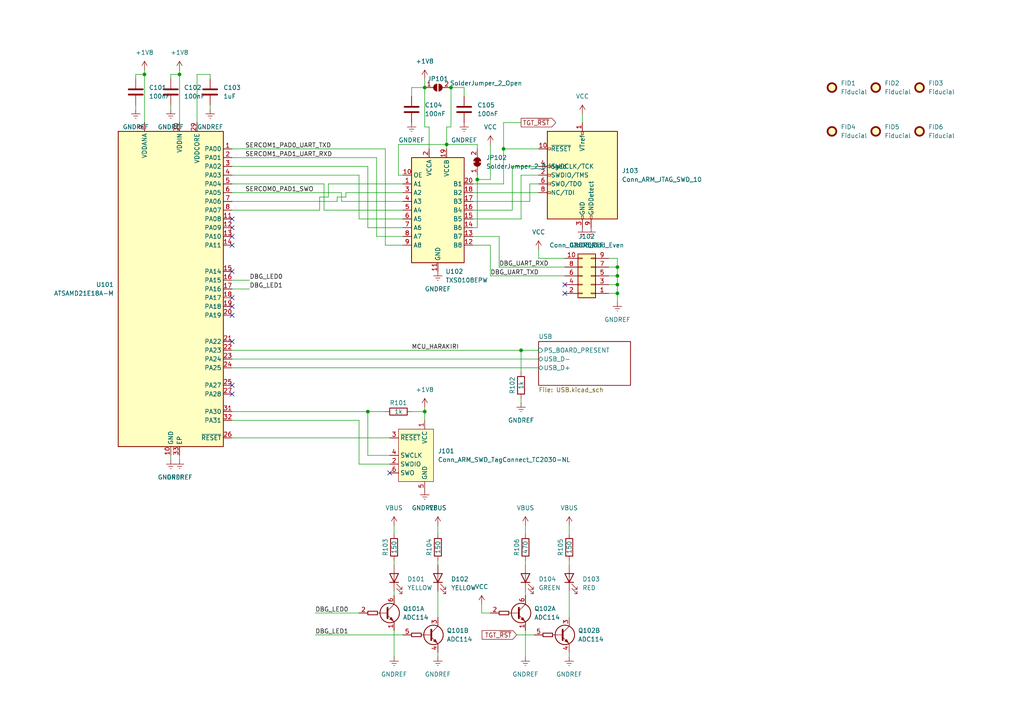
<source format=kicad_sch>
(kicad_sch (version 20230121) (generator eeschema)
  (paper "A4")
  (lib_symbols
    (symbol "Connector:Conn_ARM_JTAG_SWD_10" (pin_names (offset 1.016))
      (property "Reference" "J" (at -2.54 16.51 0))
      (property "Value" "Conn_ARM_JTAG_SWD_10" (at -2.54 13.97 0))
      (symbol "Conn_ARM_JTAG_SWD_10_0_1"
        (rectangle (start -10.16 12.7) (end 10.16 -12.7) (stroke (width 0.254)) (fill (type background)))
        (rectangle (start -2.794 -12.7) (end -2.286 -11.684))
        (rectangle (start -0.254 -12.7) (end 0.254 -11.684))
        (rectangle (start -0.254 12.7) (end 0.254 11.684))
        (rectangle (start 9.144 2.286) (end 10.16 2.794))
        (rectangle (start 10.16 -2.794) (end 9.144 -2.286))
        (rectangle (start 10.16 -0.254) (end 9.144 0.254))
        (rectangle (start 10.16 7.874) (end 9.144 7.366))
      )
      (symbol "Conn_ARM_JTAG_SWD_10_1_1"
        (rectangle (start 9.144 -5.334) (end 10.16 -4.826))
        (pin power_in line (at 0 15.24 270) (length 2.54) (name "VTref") (number "1"))
        (pin open_collector line (at 12.7 7.62 180) (length 2.54) (name "~{RESET}") (number "10"))
        (pin bidirectional line (at 12.7 0 180) (length 2.54) (name "SWDIO/TMS") (number "2"))
        (pin power_in line (at 0 -15.24 90) (length 2.54) (name "GND") (number "3"))
        (pin output line (at 12.7 2.54 180) (length 2.54) (name "SWDCLK/TCK") (number "4"))
        (pin passive line (at 0 -15.24 90) (length 2.54) hide (name "GND") (number "5"))
        (pin input line (at 12.7 -2.54 180) (length 2.54) (name "SWO/TDO") (number "6"))
        (pin no_connect line (at -10.16 0 0) (length 2.54) hide (name "KEY") (number "7"))
        (pin output line (at 12.7 -5.08 180) (length 2.54) (name "NC/TDI") (number "8"))
        (pin passive line (at -2.54 -15.24 90) (length 2.54) (name "GNDDetect") (number "9"))
      )
    )
    (symbol "Connector:Conn_ARM_SWD_TagConnect_TC2030-NL" (in_bom no)
      (property "Reference" "J" (at 2.54 11.43 0))
      (property "Value" "Conn_ARM_SWD_TagConnect_TC2030-NL" (at 2.54 8.89 0))
      (symbol "Conn_ARM_SWD_TagConnect_TC2030-NL_0_0"
        (pin power_in line (at -2.54 10.16 270) (length 2.54) (name "VCC") (number "1"))
        (pin bidirectional line (at 7.62 -2.54 180) (length 2.54) (name "SWDIO") (number "2"))
        (pin open_collector line (at 7.62 5.08 180) (length 2.54) (name "~{RESET}") (number "3"))
        (pin output line (at 7.62 0 180) (length 2.54) (name "SWCLK") (number "4"))
        (pin power_in line (at -2.54 -10.16 90) (length 2.54) (name "GND") (number "5"))
        (pin input line (at 7.62 -5.08 180) (length 2.54) (name "SWO") (number "6"))
      )
      (symbol "Conn_ARM_SWD_TagConnect_TC2030-NL_0_1"
        (rectangle (start -5.08 7.62) (end 5.08 -7.62) (fill (type background)))
      )
    )
    (symbol "Connector_Generic:Conn_02x05_Odd_Even" (pin_names (offset 1.016) hide)
      (property "Reference" "J" (at 1.27 7.62 0))
      (property "Value" "Conn_02x05_Odd_Even" (at 1.27 -7.62 0))
      (symbol "Conn_02x05_Odd_Even_1_1"
        (rectangle (start -1.27 -4.953) (end 0 -5.207) (stroke (width 0.1524)))
        (rectangle (start -1.27 -2.413) (end 0 -2.667) (stroke (width 0.1524)))
        (rectangle (start -1.27 0.127) (end 0 -0.127) (stroke (width 0.1524)))
        (rectangle (start -1.27 2.667) (end 0 2.413) (stroke (width 0.1524)))
        (rectangle (start -1.27 5.207) (end 0 4.953) (stroke (width 0.1524)))
        (rectangle (start -1.27 6.35) (end 3.81 -6.35) (stroke (width 0.254)) (fill (type background)))
        (rectangle (start 3.81 -4.953) (end 2.54 -5.207) (stroke (width 0.1524)))
        (rectangle (start 3.81 -2.413) (end 2.54 -2.667) (stroke (width 0.1524)))
        (rectangle (start 3.81 0.127) (end 2.54 -0.127) (stroke (width 0.1524)))
        (rectangle (start 3.81 2.667) (end 2.54 2.413) (stroke (width 0.1524)))
        (rectangle (start 3.81 5.207) (end 2.54 4.953) (stroke (width 0.1524)))
        (pin passive line (at -5.08 5.08 0) (length 3.81) (name "Pin_1") (number "1"))
        (pin passive line (at 7.62 -5.08 180) (length 3.81) (name "Pin_10") (number "10"))
        (pin passive line (at 7.62 5.08 180) (length 3.81) (name "Pin_2") (number "2"))
        (pin passive line (at -5.08 2.54 0) (length 3.81) (name "Pin_3") (number "3"))
        (pin passive line (at 7.62 2.54 180) (length 3.81) (name "Pin_4") (number "4"))
        (pin passive line (at -5.08 0 0) (length 3.81) (name "Pin_5") (number "5"))
        (pin passive line (at 7.62 0 180) (length 3.81) (name "Pin_6") (number "6"))
        (pin passive line (at -5.08 -2.54 0) (length 3.81) (name "Pin_7") (number "7"))
        (pin passive line (at 7.62 -2.54 180) (length 3.81) (name "Pin_8") (number "8"))
        (pin passive line (at -5.08 -5.08 0) (length 3.81) (name "Pin_9") (number "9"))
      )
    )
    (symbol "Device:C" (pin_numbers hide) (pin_names (offset 0.254))
      (property "Reference" "C" (at 0.635 2.54 0))
      (property "Value" "C" (at 0.635 -2.54 0))
      (symbol "C_0_1"
        (polyline (pts (xy -2.032 -0.762) (xy 2.032 -0.762)) (stroke (width 0.508)))
        (polyline (pts (xy -2.032 0.762) (xy 2.032 0.762)) (stroke (width 0.508)))
      )
      (symbol "C_1_1"
        (pin passive line (at 0 3.81 270) (length 2.794) (name "~") (number "1"))
        (pin passive line (at 0 -3.81 90) (length 2.794) (name "~") (number "2"))
      )
    )
    (symbol "Device:LED" (pin_numbers hide) (pin_names (offset 1.016) hide)
      (property "Reference" "D" (at 0 2.54 0))
      (property "Value" "LED" (at 0 -2.54 0))
      (symbol "LED_0_1"
        (polyline (pts (xy -1.27 -1.27) (xy -1.27 1.27)) (stroke (width 0.254)))
        (polyline (pts (xy -1.27 0) (xy 1.27 0)))
        (polyline (pts (xy 1.27 -1.27) (xy 1.27 1.27) (xy -1.27 0) (xy 1.27 -1.27)) (stroke (width 0.254)))
        (polyline (pts (xy -3.048 -0.762) (xy -4.572 -2.286) (xy -3.81 -2.286) (xy -4.572 -2.286) (xy -4.572 -1.524)))
        (polyline (pts (xy -1.778 -0.762) (xy -3.302 -2.286) (xy -2.54 -2.286) (xy -3.302 -2.286) (xy -3.302 -1.524)))
      )
      (symbol "LED_1_1"
        (pin passive line (at -3.81 0 0) (length 2.54) (name "K") (number "1"))
        (pin passive line (at 3.81 0 180) (length 2.54) (name "A") (number "2"))
      )
    )
    (symbol "Device:R" (pin_numbers hide) (pin_names (offset 0))
      (property "Reference" "R" (at 2.032 0 90))
      (property "Value" "R" (at 0 0 90))
      (symbol "R_0_1"
        (rectangle (start -1.016 -2.54) (end 1.016 2.54) (stroke (width 0.254)))
      )
      (symbol "R_1_1"
        (pin passive line (at 0 3.81 270) (length 1.27) (name "~") (number "1"))
        (pin passive line (at 0 -3.81 90) (length 1.27) (name "~") (number "2"))
      )
    )
    (symbol "Jumper:SolderJumper_2_Bridged" (pin_names (offset 0) hide)
      (property "Reference" "JP" (at 0 2.032 0))
      (property "Value" "SolderJumper_2_Bridged" (at 0 -2.54 0))
      (symbol "SolderJumper_2_Bridged_0_1"
        (rectangle (start -0.508 0.508) (end 0.508 -0.508) (fill (type outline)))
        (arc (start -0.254 1.016) (mid -1.2656 0) (end -0.254 -1.016))
        (arc (start -0.254 1.016) (mid -1.2656 0) (end -0.254 -1.016) (fill (type outline)))
        (polyline (pts (xy -0.254 1.016) (xy -0.254 -1.016)))
        (polyline (pts (xy 0.254 1.016) (xy 0.254 -1.016)))
        (arc (start 0.254 -1.016) (mid 1.2656 0) (end 0.254 1.016))
        (arc (start 0.254 -1.016) (mid 1.2656 0) (end 0.254 1.016) (fill (type outline)))
      )
      (symbol "SolderJumper_2_Bridged_1_1"
        (pin passive line (at -3.81 0 0) (length 2.54) (name "A") (number "1"))
        (pin passive line (at 3.81 0 180) (length 2.54) (name "B") (number "2"))
      )
    )
    (symbol "Jumper:SolderJumper_2_Open" (pin_names (offset 0) hide)
      (property "Reference" "JP" (at 0 2.032 0))
      (property "Value" "SolderJumper_2_Open" (at 0 -2.54 0))
      (symbol "SolderJumper_2_Open_0_1"
        (arc (start -0.254 1.016) (mid -1.2656 0) (end -0.254 -1.016))
        (arc (start -0.254 1.016) (mid -1.2656 0) (end -0.254 -1.016) (fill (type outline)))
        (polyline (pts (xy -0.254 1.016) (xy -0.254 -1.016)))
        (polyline (pts (xy 0.254 1.016) (xy 0.254 -1.016)))
        (arc (start 0.254 -1.016) (mid 1.2656 0) (end 0.254 1.016))
        (arc (start 0.254 -1.016) (mid 1.2656 0) (end 0.254 1.016) (fill (type outline)))
      )
      (symbol "SolderJumper_2_Open_1_1"
        (pin passive line (at -3.81 0 0) (length 2.54) (name "A") (number "1"))
        (pin passive line (at 3.81 0 180) (length 2.54) (name "B") (number "2"))
      )
    )
    (symbol "Logic_LevelTranslator:TXS0108EPW"
      (property "Reference" "U" (at -6.35 16.51 0))
      (property "Value" "TXS0108EPW" (at 3.81 16.51 0))
      (symbol "TXS0108EPW_0_1"
        (rectangle (start -7.62 15.24) (end 7.62 -15.24) (stroke (width 0.254)) (fill (type background)))
      )
      (symbol "TXS0108EPW_1_1"
        (pin bidirectional line (at -10.16 7.62 0) (length 2.54) (name "A1") (number "1"))
        (pin input line (at -10.16 10.16 0) (length 2.54) (name "OE") (number "10"))
        (pin power_in line (at 0 -17.78 90) (length 2.54) (name "GND") (number "11"))
        (pin bidirectional line (at 10.16 -10.16 180) (length 2.54) (name "B8") (number "12"))
        (pin bidirectional line (at 10.16 -7.62 180) (length 2.54) (name "B7") (number "13"))
        (pin bidirectional line (at 10.16 -5.08 180) (length 2.54) (name "B6") (number "14"))
        (pin bidirectional line (at 10.16 -2.54 180) (length 2.54) (name "B5") (number "15"))
        (pin bidirectional line (at 10.16 0 180) (length 2.54) (name "B4") (number "16"))
        (pin bidirectional line (at 10.16 2.54 180) (length 2.54) (name "B3") (number "17"))
        (pin bidirectional line (at 10.16 5.08 180) (length 2.54) (name "B2") (number "18"))
        (pin power_in line (at 2.54 17.78 270) (length 2.54) (name "VCCB") (number "19"))
        (pin power_in line (at -2.54 17.78 270) (length 2.54) (name "VCCA") (number "2"))
        (pin bidirectional line (at 10.16 7.62 180) (length 2.54) (name "B1") (number "20"))
        (pin bidirectional line (at -10.16 5.08 0) (length 2.54) (name "A2") (number "3"))
        (pin bidirectional line (at -10.16 2.54 0) (length 2.54) (name "A3") (number "4"))
        (pin bidirectional line (at -10.16 0 0) (length 2.54) (name "A4") (number "5"))
        (pin bidirectional line (at -10.16 -2.54 0) (length 2.54) (name "A5") (number "6"))
        (pin bidirectional line (at -10.16 -5.08 0) (length 2.54) (name "A6") (number "7"))
        (pin bidirectional line (at -10.16 -7.62 0) (length 2.54) (name "A7") (number "8"))
        (pin bidirectional line (at -10.16 -10.16 0) (length 2.54) (name "A8") (number "9"))
      )
    )
    (symbol "MCU_Microchip_SAMD:ATSAMD21E18A-M"
      (property "Reference" "U" (at -13.97 46.99 0))
      (property "Value" "ATSAMD21E18A-M" (at 16.51 46.99 0))
      (symbol "ATSAMD21E18A-M_1_1"
        (rectangle (start -15.24 45.72) (end 15.24 -45.72) (stroke (width 0.254)) (fill (type background)))
        (pin bidirectional line (at -17.78 40.64 0) (length 2.54) (name "PA00") (number "1"))
        (pin power_in line (at 0 -48.26 90) (length 2.54) (name "GND") (number "10"))
        (pin bidirectional line (at -17.78 20.32 0) (length 2.54) (name "PA08") (number "11"))
        (pin bidirectional line (at -17.78 17.78 0) (length 2.54) (name "PA09") (number "12"))
        (pin bidirectional line (at -17.78 15.24 0) (length 2.54) (name "PA10") (number "13"))
        (pin bidirectional line (at -17.78 12.7 0) (length 2.54) (name "PA11") (number "14"))
        (pin bidirectional line (at -17.78 5.08 0) (length 2.54) (name "PA14") (number "15"))
        (pin bidirectional line (at -17.78 2.54 0) (length 2.54) (name "PA15") (number "16"))
        (pin bidirectional line (at -17.78 0 0) (length 2.54) (name "PA16") (number "17"))
        (pin bidirectional line (at -17.78 -2.54 0) (length 2.54) (name "PA17") (number "18"))
        (pin bidirectional line (at -17.78 -5.08 0) (length 2.54) (name "PA18") (number "19"))
        (pin bidirectional line (at -17.78 38.1 0) (length 2.54) (name "PA01") (number "2"))
        (pin bidirectional line (at -17.78 -7.62 0) (length 2.54) (name "PA19") (number "20"))
        (pin bidirectional line (at -17.78 -15.24 0) (length 2.54) (name "PA22") (number "21"))
        (pin bidirectional line (at -17.78 -17.78 0) (length 2.54) (name "PA23") (number "22"))
        (pin bidirectional line (at -17.78 -20.32 0) (length 2.54) (name "PA24") (number "23"))
        (pin bidirectional line (at -17.78 -22.86 0) (length 2.54) (name "PA25") (number "24"))
        (pin bidirectional line (at -17.78 -27.94 0) (length 2.54) (name "PA27") (number "25"))
        (pin input line (at -17.78 -43.18 0) (length 2.54) (name "~{RESET}") (number "26"))
        (pin bidirectional line (at -17.78 -30.48 0) (length 2.54) (name "PA28") (number "27"))
        (pin passive line (at 0 -48.26 90) (length 2.54) hide (name "GND") (number "28"))
        (pin power_out line (at -7.62 48.26 270) (length 2.54) (name "VDDCORE") (number "29"))
        (pin bidirectional line (at -17.78 35.56 0) (length 2.54) (name "PA02") (number "3"))
        (pin power_in line (at -2.54 48.26 270) (length 2.54) (name "VDDIN") (number "30"))
        (pin bidirectional line (at -17.78 -35.56 0) (length 2.54) (name "PA30") (number "31"))
        (pin bidirectional line (at -17.78 -38.1 0) (length 2.54) (name "PA31") (number "32"))
        (pin passive line (at -2.54 -48.26 90) (length 2.54) (name "EP") (number "33"))
        (pin bidirectional line (at -17.78 33.02 0) (length 2.54) (name "PA03") (number "4"))
        (pin bidirectional line (at -17.78 30.48 0) (length 2.54) (name "PA04") (number "5"))
        (pin bidirectional line (at -17.78 27.94 0) (length 2.54) (name "PA05") (number "6"))
        (pin bidirectional line (at -17.78 25.4 0) (length 2.54) (name "PA06") (number "7"))
        (pin bidirectional line (at -17.78 22.86 0) (length 2.54) (name "PA07") (number "8"))
        (pin power_in line (at 7.62 48.26 270) (length 2.54) (name "VDDANA") (number "9"))
      )
    )
    (symbol "Mechanical:Fiducial"
      (property "Reference" "FID" (at 0 5.08 0))
      (property "Value" "Fiducial" (at 0 3.175 0))
      (symbol "Fiducial_0_1"
        (circle (center 0 0) (radius 1.27) (stroke (width 0.508)) (fill (type background)))
      )
    )
    (symbol "Transistor_BJT:UMH3N" (pin_names hide)
      (property "Reference" "Q" (at 7.62 1.27 0))
      (property "Value" "UMH3N" (at 7.62 -1.27 0))
      (symbol "UMH3N_0_1"
        (polyline (pts (xy 3.175 0) (xy 0.254 0)))
        (polyline (pts (xy 3.175 0.635) (xy 5.08 2.54)))
        (polyline (pts (xy 3.175 1.524) (xy 3.175 -1.524)) (stroke (width 0.508)))
        (polyline (pts (xy 3.175 -0.635) (xy 5.08 -2.54) (xy 5.08 -2.54)))
        (polyline (pts (xy 3.81 -1.778) (xy 4.318 -1.27) (xy 4.826 -2.286) (xy 3.81 -1.778) (xy 3.81 -1.778)) (fill (type outline)))
        (rectangle (start 0.254 0.508) (end -2.54 -0.508) (stroke (width 0.254)))
        (circle (center 3.81 0) (radius 2.8194) (stroke (width 0.254)))
      )
      (symbol "UMH3N_1_1"
        (pin passive line (at 5.08 -5.08 90) (length 2.54) (name "E1") (number "1"))
        (pin input line (at -5.08 0 0) (length 2.54) (name "B1") (number "2"))
        (pin passive line (at 5.08 5.08 270) (length 2.54) (name "C1") (number "6"))
      )
      (symbol "UMH3N_2_1"
        (pin passive line (at 5.08 5.08 270) (length 2.54) (name "C2") (number "3"))
        (pin passive line (at 5.08 -5.08 90) (length 2.54) (name "E2") (number "4"))
        (pin input line (at -5.08 0 0) (length 2.54) (name "B2") (number "5"))
      )
    )
    (symbol "power:+1V8" (power) (pin_names (offset 0))
      (property "Value" "+1V8" (at 0 3.556 0))
      (symbol "+1V8_0_1"
        (polyline (pts (xy -0.762 1.27) (xy 0 2.54)))
        (polyline (pts (xy 0 0) (xy 0 2.54)))
        (polyline (pts (xy 0 2.54) (xy 0.762 1.27)))
      )
      (symbol "+1V8_1_1"
        (pin power_in line (at 0 0 90) (length 0) hide (name "+1V8") (number "1"))
      )
    )
    (symbol "power:GNDREF" (power) (pin_names (offset 0))
      (property "Value" "GNDREF" (at 0 -3.81 0))
      (symbol "GNDREF_0_1"
        (polyline (pts (xy -0.635 -1.905) (xy 0.635 -1.905)))
        (polyline (pts (xy -0.127 -2.54) (xy 0.127 -2.54)))
        (polyline (pts (xy 0 -1.27) (xy 0 0)))
        (polyline (pts (xy 1.27 -1.27) (xy -1.27 -1.27)))
      )
      (symbol "GNDREF_1_1"
        (pin power_in line (at 0 0 270) (length 0) hide (name "GNDREF") (number "1"))
      )
    )
    (symbol "power:VBUS" (power) (pin_names (offset 0))
      (property "Value" "VBUS" (at 0 3.81 0))
      (symbol "VBUS_0_1"
        (polyline (pts (xy -0.762 1.27) (xy 0 2.54)))
        (polyline (pts (xy 0 0) (xy 0 2.54)))
        (polyline (pts (xy 0 2.54) (xy 0.762 1.27)))
      )
      (symbol "VBUS_1_1"
        (pin power_in line (at 0 0 90) (length 0) hide (name "VBUS") (number "1"))
      )
    )
    (symbol "power:VCC" (power) (pin_names (offset 0))
      (property "Value" "VCC" (at 0 3.81 0))
      (symbol "VCC_0_1"
        (polyline (pts (xy -0.762 1.27) (xy 0 2.54)))
        (polyline (pts (xy 0 0) (xy 0 2.54)))
        (polyline (pts (xy 0 2.54) (xy 0.762 1.27)))
      )
      (symbol "VCC_1_1"
        (pin power_in line (at 0 0 90) (length 0) hide (name "VCC") (number "1"))
      )
    )
  )
  (junction (at 179.07 82.55))
  (junction (at 179.07 80.01))
  (junction (at 146.05 43.18))
  (junction (at 52.07 21.59))
  (junction (at 179.07 77.47))
  (junction (at 130.81 25.4))
  (junction (at 123.19 119.38))
  (junction (at 123.19 25.4))
  (junction (at 129.54 41.91))
  (junction (at 179.07 85.09))
  (junction (at 138.43 52.07))
  (junction (at 41.91 21.59))
  (junction (at 151.13 101.6))
  (junction (at 106.68 119.38))
  (no_connect (at 163.83 82.55))
  (no_connect (at 163.83 85.09))
  (no_connect (at 67.31 88.9))
  (no_connect (at 67.31 114.3))
  (no_connect (at 67.31 78.74))
  (no_connect (at 67.31 66.04))
  (no_connect (at 67.31 63.5))
  (no_connect (at 67.31 68.58))
  (no_connect (at 67.31 99.06))
  (no_connect (at 67.31 86.36))
  (no_connect (at 67.31 71.12))
  (no_connect (at 113.03 137.16))
  (no_connect (at 67.31 91.44))
  (no_connect (at 67.31 111.76))
  (wire (pts (xy 146.05 35.56) (xy 146.05 43.18)))
  (wire (pts (xy 93.98 53.34) (xy 93.98 60.96)))
  (wire (pts (xy 146.05 35.56) (xy 151.13 35.56)))
  (wire (pts (xy 179.07 74.93) (xy 179.07 77.47)))
  (wire (pts (xy 91.44 184.15) (xy 116.84 184.15)))
  (wire (pts (xy 119.38 25.4) (xy 123.19 25.4)))
  (wire (pts (xy 137.16 58.42) (xy 153.67 58.42)))
  (wire (pts (xy 95.25 57.15) (xy 95.25 53.34)))
  (wire (pts (xy 137.16 55.88) (xy 156.21 55.88)))
  (wire (pts (xy 60.96 22.86) (xy 60.96 21.59)))
  (wire (pts (xy 119.38 27.94) (xy 119.38 25.4)))
  (wire (pts (xy 168.91 33.02) (xy 168.91 35.56)))
  (wire (pts (xy 109.22 45.72) (xy 109.22 68.58)))
  (wire (pts (xy 129.54 41.91) (xy 138.43 41.91)))
  (wire (pts (xy 146.05 43.18) (xy 156.21 43.18)))
  (wire (pts (xy 148.59 60.96) (xy 148.59 48.26)))
  (wire (pts (xy 52.07 133.35) (xy 52.07 132.08)))
  (wire (pts (xy 149.86 184.15) (xy 154.94 184.15)))
  (wire (pts (xy 104.14 134.62) (xy 113.03 134.62)))
  (wire (pts (xy 106.68 48.26) (xy 106.68 66.04)))
  (wire (pts (xy 156.21 72.39) (xy 156.21 74.93)))
  (wire (pts (xy 41.91 21.59) (xy 41.91 35.56)))
  (wire (pts (xy 67.31 48.26) (xy 106.68 48.26)))
  (wire (pts (xy 176.53 74.93) (xy 179.07 74.93)))
  (wire (pts (xy 97.79 58.42) (xy 97.79 57.15)))
  (wire (pts (xy 129.54 41.91) (xy 129.54 36.83)))
  (wire (pts (xy 179.07 80.01) (xy 179.07 82.55)))
  (wire (pts (xy 41.91 20.32) (xy 41.91 21.59)))
  (wire (pts (xy 151.13 63.5) (xy 151.13 50.8)))
  (wire (pts (xy 49.53 21.59) (xy 52.07 21.59)))
  (wire (pts (xy 39.37 31.75) (xy 39.37 30.48)))
  (wire (pts (xy 179.07 85.09) (xy 179.07 87.63)))
  (wire (pts (xy 142.24 177.8) (xy 139.7 177.8)))
  (wire (pts (xy 39.37 22.86) (xy 39.37 21.59)))
  (wire (pts (xy 152.4 182.88) (xy 152.4 190.5)))
  (wire (pts (xy 176.53 80.01) (xy 179.07 80.01)))
  (wire (pts (xy 138.43 41.91) (xy 138.43 43.18)))
  (wire (pts (xy 67.31 53.34) (xy 93.98 53.34)))
  (wire (pts (xy 60.96 31.75) (xy 60.96 30.48)))
  (wire (pts (xy 124.46 36.83) (xy 124.46 43.18)))
  (wire (pts (xy 152.4 171.45) (xy 152.4 172.72)))
  (wire (pts (xy 100.33 55.88) (xy 116.84 55.88)))
  (wire (pts (xy 116.84 63.5) (xy 104.14 63.5)))
  (wire (pts (xy 49.53 22.86) (xy 49.53 21.59)))
  (wire (pts (xy 142.24 52.07) (xy 138.43 52.07)))
  (wire (pts (xy 129.54 41.91) (xy 129.54 43.18)))
  (wire (pts (xy 137.16 60.96) (xy 148.59 60.96)))
  (wire (pts (xy 130.81 25.4) (xy 130.81 36.83)))
  (wire (pts (xy 179.07 77.47) (xy 179.07 80.01)))
  (wire (pts (xy 116.84 50.8) (xy 115.57 50.8)))
  (wire (pts (xy 130.81 25.4) (xy 134.62 25.4)))
  (wire (pts (xy 138.43 52.07) (xy 138.43 66.04)))
  (wire (pts (xy 142.24 80.01) (xy 142.24 71.12)))
  (wire (pts (xy 115.57 41.91) (xy 129.54 41.91)))
  (wire (pts (xy 57.15 21.59) (xy 57.15 35.56)))
  (wire (pts (xy 144.78 77.47) (xy 144.78 68.58)))
  (wire (pts (xy 142.24 80.01) (xy 163.83 80.01)))
  (wire (pts (xy 92.71 57.15) (xy 95.25 57.15)))
  (wire (pts (xy 104.14 121.92) (xy 104.14 134.62)))
  (wire (pts (xy 137.16 71.12) (xy 142.24 71.12)))
  (wire (pts (xy 52.07 20.32) (xy 52.07 21.59)))
  (wire (pts (xy 111.76 119.38) (xy 106.68 119.38)))
  (wire (pts (xy 152.4 162.56) (xy 152.4 163.83)))
  (wire (pts (xy 106.68 66.04) (xy 116.84 66.04)))
  (wire (pts (xy 137.16 66.04) (xy 138.43 66.04)))
  (wire (pts (xy 123.19 22.86) (xy 123.19 25.4)))
  (wire (pts (xy 100.33 57.15) (xy 100.33 55.88)))
  (wire (pts (xy 104.14 50.8) (xy 104.14 63.5)))
  (wire (pts (xy 49.53 31.75) (xy 49.53 30.48)))
  (wire (pts (xy 67.31 58.42) (xy 97.79 58.42)))
  (wire (pts (xy 152.4 152.4) (xy 152.4 154.94)))
  (wire (pts (xy 114.3 172.72) (xy 114.3 171.45)))
  (wire (pts (xy 148.59 48.26) (xy 156.21 48.26)))
  (wire (pts (xy 137.16 63.5) (xy 151.13 63.5)))
  (wire (pts (xy 179.07 82.55) (xy 179.07 85.09)))
  (wire (pts (xy 127 189.23) (xy 127 190.5)))
  (wire (pts (xy 129.54 36.83) (xy 130.81 36.83)))
  (wire (pts (xy 67.31 45.72) (xy 109.22 45.72)))
  (wire (pts (xy 67.31 50.8) (xy 104.14 50.8)))
  (wire (pts (xy 67.31 119.38) (xy 106.68 119.38)))
  (wire (pts (xy 146.05 53.34) (xy 146.05 43.18)))
  (wire (pts (xy 138.43 50.8) (xy 138.43 52.07)))
  (wire (pts (xy 67.31 104.14) (xy 156.21 104.14)))
  (wire (pts (xy 123.19 119.38) (xy 123.19 121.92)))
  (wire (pts (xy 113.03 127) (xy 67.31 127)))
  (wire (pts (xy 165.1 152.4) (xy 165.1 154.94)))
  (wire (pts (xy 67.31 55.88) (xy 99.06 55.88)))
  (wire (pts (xy 137.16 68.58) (xy 144.78 68.58)))
  (wire (pts (xy 151.13 101.6) (xy 151.13 107.95)))
  (wire (pts (xy 123.19 36.83) (xy 124.46 36.83)))
  (wire (pts (xy 144.78 77.47) (xy 163.83 77.47)))
  (wire (pts (xy 123.19 118.11) (xy 123.19 119.38)))
  (wire (pts (xy 99.06 58.42) (xy 116.84 58.42)))
  (wire (pts (xy 95.25 53.34) (xy 116.84 53.34)))
  (wire (pts (xy 165.1 162.56) (xy 165.1 163.83)))
  (wire (pts (xy 39.37 21.59) (xy 41.91 21.59)))
  (wire (pts (xy 67.31 101.6) (xy 151.13 101.6)))
  (wire (pts (xy 67.31 121.92) (xy 104.14 121.92)))
  (wire (pts (xy 49.53 133.35) (xy 49.53 132.08)))
  (wire (pts (xy 111.76 43.18) (xy 111.76 71.12)))
  (wire (pts (xy 165.1 190.5) (xy 165.1 189.23)))
  (wire (pts (xy 119.38 119.38) (xy 123.19 119.38)))
  (wire (pts (xy 60.96 21.59) (xy 57.15 21.59)))
  (wire (pts (xy 52.07 21.59) (xy 52.07 35.56)))
  (wire (pts (xy 106.68 119.38) (xy 106.68 132.08)))
  (wire (pts (xy 176.53 77.47) (xy 179.07 77.47)))
  (wire (pts (xy 114.3 162.56) (xy 114.3 163.83)))
  (wire (pts (xy 67.31 83.82) (xy 72.39 83.82)))
  (wire (pts (xy 114.3 152.4) (xy 114.3 154.94)))
  (wire (pts (xy 151.13 50.8) (xy 156.21 50.8)))
  (wire (pts (xy 67.31 81.28) (xy 72.39 81.28)))
  (wire (pts (xy 91.44 177.8) (xy 104.14 177.8)))
  (wire (pts (xy 115.57 50.8) (xy 115.57 41.91)))
  (wire (pts (xy 176.53 85.09) (xy 179.07 85.09)))
  (wire (pts (xy 137.16 53.34) (xy 146.05 53.34)))
  (wire (pts (xy 127 152.4) (xy 127 154.94)))
  (wire (pts (xy 142.24 41.91) (xy 142.24 52.07)))
  (wire (pts (xy 156.21 74.93) (xy 163.83 74.93)))
  (wire (pts (xy 93.98 60.96) (xy 116.84 60.96)))
  (wire (pts (xy 151.13 116.84) (xy 151.13 115.57)))
  (wire (pts (xy 151.13 101.6) (xy 156.21 101.6)))
  (wire (pts (xy 123.19 25.4) (xy 123.19 36.83)))
  (wire (pts (xy 127 162.56) (xy 127 163.83)))
  (wire (pts (xy 139.7 177.8) (xy 139.7 175.26)))
  (wire (pts (xy 97.79 57.15) (xy 100.33 57.15)))
  (wire (pts (xy 109.22 68.58) (xy 116.84 68.58)))
  (wire (pts (xy 127 171.45) (xy 127 179.07)))
  (wire (pts (xy 176.53 82.55) (xy 179.07 82.55)))
  (wire (pts (xy 111.76 71.12) (xy 116.84 71.12)))
  (wire (pts (xy 106.68 132.08) (xy 113.03 132.08)))
  (wire (pts (xy 153.67 58.42) (xy 153.67 53.34)))
  (wire (pts (xy 165.1 171.45) (xy 165.1 179.07)))
  (wire (pts (xy 134.62 25.4) (xy 134.62 27.94)))
  (wire (pts (xy 153.67 53.34) (xy 156.21 53.34)))
  (wire (pts (xy 67.31 43.18) (xy 111.76 43.18)))
  (wire (pts (xy 67.31 60.96) (xy 92.71 60.96)))
  (wire (pts (xy 99.06 55.88) (xy 99.06 58.42)))
  (wire (pts (xy 92.71 60.96) (xy 92.71 57.15)))
  (wire (pts (xy 114.3 182.88) (xy 114.3 190.5)))
  (wire (pts (xy 67.31 106.68) (xy 156.21 106.68)))
  (label "DBG_UART_TXD" (at 142.24 80.01 0))
  (label "MCU_HARAKIRI" (at 119.38 101.6 0))
  (label "DBG_LED0" (at 91.44 177.8 0))
  (label "SERCOM1_PAD0_UART_TXD" (at 71.12 43.18 0))
  (label "SERCOM0_PAD1_SWO" (at 71.12 55.88 0))
  (label "DBG_LED0" (at 72.39 81.28 0))
  (label "DBG_LED1" (at 72.39 83.82 0))
  (label "SERCOM1_PAD1_UART_RXD" (at 71.12 45.72 0))
  (label "DBG_UART_RXD" (at 144.78 77.47 0))
  (label "DBG_LED1" (at 91.44 184.15 0))
  (global_label "TGT_~{RST}" (shape input) (at 149.86 184.15 180) (property "Intersheetrefs" "${INTERSHEET_REFS}" (effects hide)))
  (global_label "TGT_~{RST}" (shape output) (at 151.13 35.56 0) (property "Intersheetrefs" "${INTERSHEET_REFS}" (effects hide)))
  (symbol (lib_id "power:GNDREF") (at 49.53 133.35 0) (unit 1)
    (property "Reference" "#PWR0104" (effects hide))
    (property "Value" "GNDREF" (at 49.53 138.43 0))
  )
  (symbol (lib_id "power:VBUS") (at 114.3 152.4 0) (unit 1)
    (property "Reference" "#PWR0127" (effects hide))
    (property "Value" "VBUS" (at 114.3 147.32 0))
  )
  (symbol (lib_id "power:GNDREF") (at 127 78.74 0) (unit 1)
    (property "Reference" "#PWR0115" (effects hide))
    (property "Value" "GNDREF" (at 127 83.82 0))
  )
  (symbol (lib_id "power:GNDREF") (at 134.62 35.56 0) (unit 1)
    (property "Reference" "#PWR0129" (effects hide))
    (property "Value" "GNDREF" (at 134.62 40.64 0))
  )
  (symbol (lib_id "Device:C") (at 39.37 26.67 0) (unit 1)
    (property "Reference" "C101" (at 43.18 25.4 0) (effects (justify left)))
    (property "Value" "100nF" (at 43.18 27.94 0) (effects (justify left)))
    (property "Footprint" "Capacitor_SMD:C_0402_1005Metric" (effects hide))
    (property "Manufacturer" "Kemet" (effects hide))
    (property "MPN" "C0402C104K4RACAUTO" (effects hide))
    (property "AEC-Q" "200" (effects hide))
  )
  (symbol (lib_id "Transistor_BJT:UMH3N") (at 147.32 177.8 0) (unit 1)
    (property "Reference" "Q102" (at 154.94 176.53 0) (effects (justify left)))
    (property "Value" "ADC114" (at 154.94 179.07 0) (effects (justify left)))
    (property "Footprint" "Package_TO_SOT_SMD:SOT-363_SC-70-6" (effects hide))
    (property "AEC-Q" "101" (effects hide))
    (property "MPN" "ADC114EUQ-13" (effects hide))
    (property "Manufacturer" "Diodes Inc" (effects hide))
  )
  (symbol (lib_id "power:+1V8") (at 41.91 20.32 0) (unit 1)
    (property "Reference" "#PWR0125" (effects hide))
    (property "Value" "+1V8" (at 41.91 15.24 0))
  )
  (symbol (lib_id "power:+1V8") (at 123.19 22.86 0) (unit 1)
    (property "Reference" "#PWR0105" (effects hide))
    (property "Value" "+1V8" (at 123.19 17.78 0))
  )
  (symbol (lib_id "Device:R") (at 151.13 111.76 180) (unit 1)
    (property "Reference" "R102" (at 148.59 111.76 90))
    (property "Value" "1k" (at 151.13 111.76 90))
    (property "Footprint" "Resistor_SMD:R_0402_1005Metric" (effects hide))
    (property "MPN" "AC0402JR-071KL" (effects hide))
    (property "Manufacturer" "Yageo" (effects hide))
  )
  (symbol (lib_id "Jumper:SolderJumper_2_Open") (at 127 25.4 0) (unit 1)
    (property "Reference" "JP101" (at 127 22.86 0))
    (property "Value" "SolderJumper_2_Open" (at 140.97 24.13 0))
    (property "Footprint" "Jumper:SolderJumper-2_P1.3mm_Open_RoundedPad1.0x1.5mm" (effects hide))
  )
  (symbol (lib_id "power:VCC") (at 168.91 33.02 0) (unit 1)
    (property "Reference" "#PWR0121" (effects hide))
    (property "Value" "VCC" (at 168.91 27.94 0))
  )
  (symbol (lib_id "power:VBUS") (at 152.4 152.4 0) (unit 1)
    (property "Reference" "#PWR0123" (effects hide))
    (property "Value" "VBUS" (at 152.4 147.32 0))
  )
  (symbol (lib_id "Device:R") (at 152.4 158.75 180) (unit 1)
    (property "Reference" "R106" (at 149.86 158.75 90))
    (property "Value" "470" (at 152.4 158.75 90))
    (property "Footprint" "Resistor_SMD:R_0402_1005Metric" (effects hide))
    (property "MPN" "AC0402JR-07470RL" (effects hide))
    (property "Manufacturer" "Yageo" (effects hide))
  )
  (symbol (lib_id "power:GNDREF") (at 52.07 133.35 0) (unit 1)
    (property "Reference" "#PWR0106" (effects hide))
    (property "Value" "GNDREF" (at 52.07 138.43 0))
  )
  (symbol (lib_id "Device:LED") (at 152.4 167.64 90) (unit 1)
    (property "Reference" "D104" (at 156.21 167.9575 90) (effects (justify right)))
    (property "Value" "GREEN" (at 156.21 170.4975 90) (effects (justify right)))
    (property "Footprint" "LED_SMD:LED_0402_1005Metric" (effects hide))
    (property "MPN" "VLMG1500-GS08" (effects hide))
    (property "Manufacturer" "Vishay" (effects hide))
  )
  (symbol (lib_id "Transistor_BJT:UMH3N") (at 121.92 184.15 0) (unit 2)
    (property "Reference" "Q101" (at 129.54 182.88 0) (effects (justify left)))
    (property "Value" "ADC114" (at 129.54 185.42 0) (effects (justify left)))
    (property "Footprint" "Package_TO_SOT_SMD:SOT-363_SC-70-6" (effects hide))
    (property "AEC-Q" "101" (effects hide))
    (property "MPN" "ADC114EUQ-13" (effects hide))
    (property "Manufacturer" "Diodes Inc" (effects hide))
  )
  (symbol (lib_id "power:+1V8") (at 123.19 118.11 0) (unit 1)
    (property "Reference" "#PWR0108" (effects hide))
    (property "Value" "+1V8" (at 123.19 113.03 0))
  )
  (symbol (lib_id "Device:R") (at 114.3 158.75 180) (unit 1)
    (property "Reference" "R103" (at 111.76 158.75 90))
    (property "Value" "150" (at 114.3 158.75 90))
    (property "Footprint" "Resistor_SMD:R_0402_1005Metric" (effects hide))
    (property "MPN" "AC0402JR-07150RL" (effects hide))
    (property "Manufacturer" "Yageo" (effects hide))
  )
  (symbol (lib_id "power:VCC") (at 139.7 175.26 0) (unit 1)
    (property "Reference" "#PWR0114" (effects hide))
    (property "Value" "VCC" (at 139.7 170.18 0))
  )
  (symbol (lib_id "Device:LED") (at 127 167.64 90) (unit 1)
    (property "Reference" "D102" (at 130.81 167.9575 90) (effects (justify right)))
    (property "Value" "YELLOW" (at 130.81 170.4975 90) (effects (justify right)))
    (property "Footprint" "LED_SMD:LED_0402_1005Metric" (effects hide))
    (property "MPN" "VLMY1500-GS08" (effects hide))
    (property "Manufacturer" "Vishay" (effects hide))
  )
  (symbol (lib_id "power:GNDREF") (at 151.13 116.84 0) (unit 1)
    (property "Reference" "#PWR0110" (effects hide))
    (property "Value" "GNDREF" (at 151.13 121.92 0))
  )
  (symbol (lib_id "power:GNDREF") (at 49.53 31.75 0) (unit 1)
    (property "Reference" "#PWR0103" (effects hide))
    (property "Value" "GNDREF" (at 49.53 36.83 0))
  )
  (symbol (lib_id "power:GNDREF") (at 39.37 31.75 0) (unit 1)
    (property "Reference" "#PWR0101" (effects hide))
    (property "Value" "GNDREF" (at 39.37 36.83 0))
  )
  (symbol (lib_id "power:VCC") (at 156.21 72.39 0) (unit 1)
    (property "Reference" "#PWR0120" (effects hide))
    (property "Value" "VCC" (at 156.21 67.31 0))
  )
  (symbol (lib_id "power:GNDREF") (at 123.19 142.24 0) (unit 1)
    (property "Reference" "#PWR0109" (effects hide))
    (property "Value" "GNDREF" (at 123.19 147.32 0))
  )
  (symbol (lib_id "power:GNDREF") (at 165.1 190.5 0) (unit 1)
    (property "Reference" "#PWR0118" (effects hide))
    (property "Value" "GNDREF" (at 165.1 195.58 0))
  )
  (symbol (lib_id "Mechanical:Fiducial") (at 254 38.1 0) (unit 1)
    (property "Reference" "FID5" (at 256.54 36.83 0) (effects (justify left)))
    (property "Value" "Fiducial" (at 256.54 39.37 0) (effects (justify left)))
    (property "Footprint" "Fiducial:Fiducial_0.5mm_Mask1mm" (effects hide))
  )
  (symbol (lib_id "Mechanical:Fiducial") (at 266.7 38.1 0) (unit 1)
    (property "Reference" "FID6" (at 269.24 36.83 0) (effects (justify left)))
    (property "Value" "Fiducial" (at 269.24 39.37 0) (effects (justify left)))
    (property "Footprint" "Fiducial:Fiducial_0.5mm_Mask1mm" (effects hide))
  )
  (symbol (lib_id "power:+1V8") (at 52.07 20.32 0) (unit 1)
    (property "Reference" "#PWR0102" (effects hide))
    (property "Value" "+1V8" (at 52.07 15.24 0))
  )
  (symbol (lib_id "Connector_Generic:Conn_02x05_Odd_Even") (at 171.45 80.01 180) (unit 1)
    (property "Reference" "J102" (at 170.18 68.58 0))
    (property "Value" "Conn_02x05_Odd_Even" (at 170.18 71.12 0))
    (property "Footprint" "Connector_PinHeader_1.27mm:PinHeader_2x05_P1.27mm_Vertical_SMD" (effects hide))
    (property "MPN" "FTSH-105-01-L-DV-K" (effects hide))
    (property "Manufacturer" "Samtec" (effects hide))
  )
  (symbol (lib_id "power:GNDREF") (at 119.38 35.56 0) (unit 1)
    (property "Reference" "#PWR0128" (effects hide))
    (property "Value" "GNDREF" (at 119.38 40.64 0))
  )
  (symbol (lib_id "power:GNDREF") (at 127 190.5 0) (unit 1)
    (property "Reference" "#PWR0117" (effects hide))
    (property "Value" "GNDREF" (at 127 195.58 0))
  )
  (symbol (lib_id "Connector:Conn_ARM_JTAG_SWD_10") (at 168.91 50.8 0) (mirror y) (unit 1)
    (property "Reference" "J103" (at 180.34 49.53 0) (effects (justify right)))
    (property "Value" "Conn_ARM_JTAG_SWD_10" (at 180.34 52.07 0) (effects (justify right)))
    (property "Footprint" "Connector_PinHeader_1.27mm:PinHeader_2x05_P1.27mm_Vertical_SMD" (effects hide))
    (property "Datasheet" "http://infocenter.arm.com/help/topic/com.arm.doc.ddi0314h/DDI0314H_coresight_components_trm.pdf" (effects hide))
    (property "MPN" "FTSH-105-01-L-DV-K" (effects hide))
    (property "Manufacturer" "Samtec" (effects hide))
  )
  (symbol (lib_id "Connector:Conn_ARM_SWD_TagConnect_TC2030-NL") (at 120.65 132.08 0) (mirror y) (unit 1) (in_bom no)
    (property "Reference" "J101" (at 127 130.81 0) (effects (justify right)))
    (property "Value" "Conn_ARM_SWD_TagConnect_TC2030-NL" (at 127 133.35 0) (effects (justify right)))
    (property "Footprint" "Connector:Tag-Connect_TC2030-IDC-NL_2x03_P1.27mm_Vertical" (effects hide))
    (property "Datasheet" "https://www.tag-connect.com/wp-content/uploads/bsk-pdf-manager/TC2030-CTX_1.pdf" (effects hide))
  )
  (symbol (lib_id "power:GNDREF") (at 168.91 66.04 0) (unit 1)
    (property "Reference" "#PWR0111" (effects hide))
    (property "Value" "GNDREF" (at 168.91 71.12 0))
  )
  (symbol (lib_id "MCU_Microchip_SAMD:ATSAMD21E18A-M") (at 49.53 83.82 0) (mirror y) (unit 1)
    (property "Reference" "U101" (at 33.02 82.55 0) (effects (justify left)))
    (property "Value" "ATSAMD21E18A-M" (at 33.02 85.09 0) (effects (justify left)))
    (property "Footprint" "Package_DFN_QFN:QFN-32-1EP_5x5mm_P0.5mm_EP3.6x3.6mm" (effects hide))
    (property "Datasheet" "http://ww1.microchip.com/downloads/en/DeviceDoc/SAM_D21_DA1_Family_Data%20Sheet_DS40001882E.pdf" (effects hide))
    (property "MPN" "ATSAMD21E18A-MFT" (effects hide))
    (property "Manufacturer" "Microchip" (effects hide))
  )
  (symbol (lib_id "Device:C") (at 134.62 31.75 0) (unit 1)
    (property "Reference" "C105" (at 138.43 30.48 0) (effects (justify left)))
    (property "Value" "100nF" (at 138.43 33.02 0) (effects (justify left)))
    (property "Footprint" "Capacitor_SMD:C_0402_1005Metric" (effects hide))
    (property "Manufacturer" "Kemet" (effects hide))
    (property "MPN" "C0402C104K4RACAUTO" (effects hide))
    (property "AEC-Q" "200" (effects hide))
  )
  (symbol (lib_id "Transistor_BJT:UMH3N") (at 160.02 184.15 0) (unit 2)
    (property "Reference" "Q102" (at 167.64 182.88 0) (effects (justify left)))
    (property "Value" "ADC114" (at 167.64 185.42 0) (effects (justify left)))
    (property "Footprint" "Package_TO_SOT_SMD:SOT-363_SC-70-6" (effects hide))
    (property "AEC-Q" "101" (effects hide))
    (property "MPN" "ADC114EUQ-13" (effects hide))
    (property "Manufacturer" "Diodes Inc" (effects hide))
  )
  (symbol (lib_id "power:GNDREF") (at 60.96 31.75 0) (unit 1)
    (property "Reference" "#PWR0107" (effects hide))
    (property "Value" "GNDREF" (at 60.96 36.83 0))
  )
  (symbol (lib_id "Mechanical:Fiducial") (at 241.3 38.1 0) (unit 1)
    (property "Reference" "FID4" (at 243.84 36.83 0) (effects (justify left)))
    (property "Value" "Fiducial" (at 243.84 39.37 0) (effects (justify left)))
    (property "Footprint" "Fiducial:Fiducial_0.5mm_Mask1mm" (effects hide))
  )
  (symbol (lib_id "Device:C") (at 60.96 26.67 0) (unit 1)
    (property "Reference" "C103" (at 64.77 25.4 0) (effects (justify left)))
    (property "Value" "1uF" (at 64.77 27.94 0) (effects (justify left)))
    (property "Footprint" "Capacitor_SMD:C_0603_1608Metric" (effects hide))
    (property "Manufacturer" "Kemet" (effects hide))
    (property "MPN" "C0603C105K4RACAUTO" (effects hide))
    (property "AEC-Q" "200" (effects hide))
  )
  (symbol (lib_id "Transistor_BJT:UMH3N") (at 109.22 177.8 0) (unit 1)
    (property "Reference" "Q101" (at 116.84 176.53 0) (effects (justify left)))
    (property "Value" "ADC114" (at 116.84 179.07 0) (effects (justify left)))
    (property "Footprint" "Package_TO_SOT_SMD:SOT-363_SC-70-6" (effects hide))
    (property "AEC-Q" "101" (effects hide))
    (property "MPN" "ADC114EUQ-13" (effects hide))
    (property "Manufacturer" "Diodes Inc" (effects hide))
  )
  (symbol (lib_id "Device:C") (at 119.38 31.75 0) (unit 1)
    (property "Reference" "C104" (at 123.19 30.48 0) (effects (justify left)))
    (property "Value" "100nF" (at 123.19 33.02 0) (effects (justify left)))
    (property "Footprint" "Capacitor_SMD:C_0402_1005Metric" (effects hide))
    (property "Manufacturer" "Kemet" (effects hide))
    (property "MPN" "C0402C104K4RACAUTO" (effects hide))
    (property "AEC-Q" "200" (effects hide))
  )
  (symbol (lib_id "Device:R") (at 115.57 119.38 90) (unit 1)
    (property "Reference" "R101" (at 115.57 116.84 90))
    (property "Value" "1k" (at 115.57 119.38 90))
    (property "Footprint" "Resistor_SMD:R_0402_1005Metric" (effects hide))
    (property "MPN" "AC0402JR-071KL" (effects hide))
    (property "Manufacturer" "Yageo" (effects hide))
  )
  (symbol (lib_id "Logic_LevelTranslator:TXS0108EPW") (at 127 60.96 0) (unit 1)
    (property "Reference" "U102" (at 129.1941 78.74 0) (effects (justify left)))
    (property "Value" "TXS0108EPW" (at 129.1941 81.28 0) (effects (justify left)))
    (property "Footprint" "Package_SO:TSSOP-20_4.4x6.5mm_P0.65mm" (effects hide))
    (property "Datasheet" "www.ti.com/lit/ds/symlink/txs0108e.pdf" (effects hide))
    (property "AEC-Q" "100" (effects hide))
    (property "MPN" "TXS0108EQPWRQ1" (effects hide))
    (property "Manufacturer" "Texas Instruments" (effects hide))
  )
  (symbol (lib_id "Mechanical:Fiducial") (at 266.7 25.4 0) (unit 1)
    (property "Reference" "FID3" (at 269.24 24.13 0) (effects (justify left)))
    (property "Value" "Fiducial" (at 269.24 26.67 0) (effects (justify left)))
    (property "Footprint" "Fiducial:Fiducial_0.5mm_Mask1mm" (effects hide))
  )
  (symbol (lib_id "Jumper:SolderJumper_2_Bridged") (at 138.43 46.99 90) (unit 1)
    (property "Reference" "JP102" (at 140.97 45.72 90) (effects (justify right)))
    (property "Value" "SolderJumper_2_Bridged" (at 140.97 48.26 90) (effects (justify right)))
    (property "Footprint" "Jumper:SolderJumper-2_P1.3mm_Bridged2Bar_RoundedPad1.0x1.5mm" (effects hide))
  )
  (symbol (lib_id "Mechanical:Fiducial") (at 254 25.4 0) (unit 1)
    (property "Reference" "FID2" (at 256.54 24.13 0) (effects (justify left)))
    (property "Value" "Fiducial" (at 256.54 26.67 0) (effects (justify left)))
    (property "Footprint" "Fiducial:Fiducial_0.5mm_Mask1mm" (effects hide))
  )
  (symbol (lib_id "Device:LED") (at 165.1 167.64 90) (unit 1)
    (property "Reference" "D103" (at 168.91 167.9575 90) (effects (justify right)))
    (property "Value" "RED" (at 168.91 170.4975 90) (effects (justify right)))
    (property "Footprint" "LED_SMD:LED_0402_1005Metric" (effects hide))
    (property "MPN" "VLMS1500-GS08" (effects hide))
    (property "Manufacturer" "Vishay" (effects hide))
  )
  (symbol (lib_id "power:VBUS") (at 127 152.4 0) (unit 1)
    (property "Reference" "#PWR0126" (effects hide))
    (property "Value" "VBUS" (at 127 147.32 0))
  )
  (symbol (lib_id "power:GNDREF") (at 152.4 190.5 0) (unit 1)
    (property "Reference" "#PWR0119" (effects hide))
    (property "Value" "GNDREF" (at 152.4 195.58 0))
  )
  (symbol (lib_id "power:VCC") (at 142.24 41.91 0) (unit 1)
    (property "Reference" "#PWR0122" (effects hide))
    (property "Value" "VCC" (at 142.24 36.83 0))
  )
  (symbol (lib_id "Device:R") (at 165.1 158.75 180) (unit 1)
    (property "Reference" "R105" (at 162.56 158.75 90))
    (property "Value" "150" (at 165.1 158.75 90))
    (property "Footprint" "Resistor_SMD:R_0402_1005Metric" (effects hide))
    (property "MPN" "AC0402JR-07150RL" (effects hide))
    (property "Manufacturer" "Yageo" (effects hide))
  )
  (symbol (lib_id "power:GNDREF") (at 171.45 66.04 0) (unit 1)
    (property "Reference" "#PWR0112" (effects hide))
    (property "Value" "GNDREF" (at 171.45 71.12 0))
  )
  (symbol (lib_id "Device:R") (at 127 158.75 180) (unit 1)
    (property "Reference" "R104" (at 124.46 158.75 90))
    (property "Value" "150" (at 127 158.75 90))
    (property "Footprint" "Resistor_SMD:R_0402_1005Metric" (effects hide))
    (property "MPN" "AC0402JR-07150RL" (effects hide))
    (property "Manufacturer" "Yageo" (effects hide))
  )
  (symbol (lib_id "power:VBUS") (at 165.1 152.4 0) (unit 1)
    (property "Reference" "#PWR0124" (effects hide))
    (property "Value" "VBUS" (at 165.1 147.32 0))
  )
  (symbol (lib_id "power:GNDREF") (at 114.3 190.5 0) (unit 1)
    (property "Reference" "#PWR0116" (effects hide))
    (property "Value" "GNDREF" (at 114.3 195.58 0))
  )
  (symbol (lib_id "Device:C") (at 49.53 26.67 0) (unit 1)
    (property "Reference" "C102" (at 53.34 25.4 0) (effects (justify left)))
    (property "Value" "100nF" (at 53.34 27.94 0) (effects (justify left)))
    (property "Footprint" "Capacitor_SMD:C_0402_1005Metric" (effects hide))
    (property "Manufacturer" "Kemet" (effects hide))
    (property "MPN" "C0402C104K4RACAUTO" (effects hide))
    (property "AEC-Q" "200" (effects hide))
  )
  (symbol (lib_id "Device:LED") (at 114.3 167.64 90) (unit 1)
    (property "Reference" "D101" (at 118.11 167.9575 90) (effects (justify right)))
    (property "Value" "YELLOW" (at 118.11 170.4975 90) (effects (justify right)))
    (property "Footprint" "LED_SMD:LED_0402_1005Metric" (effects hide))
    (property "MPN" "VLMY1500-GS08" (effects hide))
    (property "Manufacturer" "Vishay" (effects hide))
  )
  (symbol (lib_id "Mechanical:Fiducial") (at 241.3 25.4 0) (unit 1)
    (property "Reference" "FID1" (at 243.84 24.13 0) (effects (justify left)))
    (property "Value" "Fiducial" (at 243.84 26.67 0) (effects (justify left)))
    (property "Footprint" "Fiducial:Fiducial_0.5mm_Mask1mm" (effects hide))
  )
  (symbol (lib_id "power:GNDREF") (at 179.07 87.63 0) (unit 1)
    (property "Reference" "#PWR0113" (effects hide))
    (property "Value" "GNDREF" (at 179.07 92.71 0))
  )
  (sheet (at 156.21 99.06) (size 26.67 12.7) (stroke (width 0.1524))
    (property "Sheetname" "USB" (at 156.21 98.3484 0) (effects (justify left bottom)))
    (property "Sheetfile" "USB.kicad_sch" (at 156.21 112.3446 0) (effects (justify left top)))
    (pin "PS_BOARD_PRESENT" input (at 156.21 101.6 180))
    (pin "USB_D-" bidirectional (at 156.21 104.14 180))
    (pin "USB_D+" bidirectional (at 156.21 106.68 180))
  )
)
</source>
